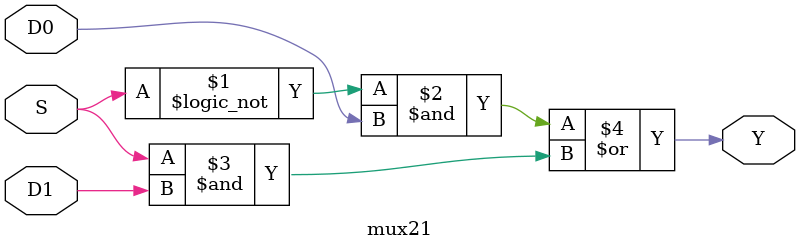
<source format=v>
`timescale 1ns / 1ps


module mux21(
    input S,
    input D0,
    input D1,
    output Y
    );
    
    assign Y = (!S & D0) | (S & D1);
    
endmodule

</source>
